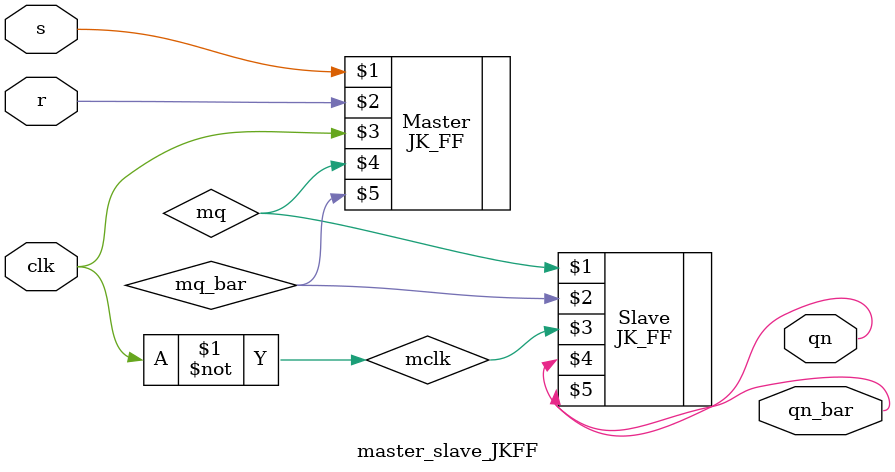
<source format=v>
`timescale 1ns / 1ps
module master_slave_JKFF (s,r,clk,qn,qn_bar,);
input s,r,clk;
output qn,qn_bar;


wire mq;
wire mq_bar;
wire mclk;
assign mclk= ~clk;


JK_FF Master(s,r,clk,mq,mq_bar);
JK_FF Slave(mq,mq_bar,mclk,qn,qn_bar);

endmodule

</source>
